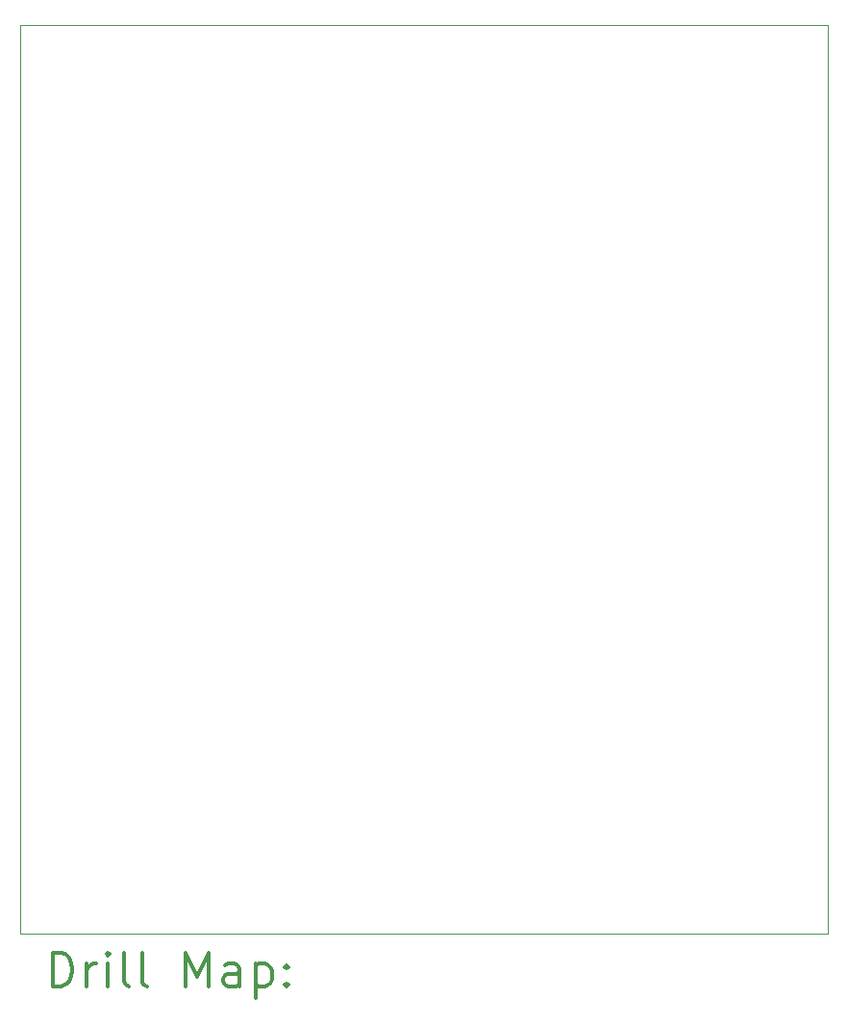
<source format=gbr>
%FSLAX45Y45*%
G04 Gerber Fmt 4.5, Leading zero omitted, Abs format (unit mm)*
G04 Created by KiCad (PCBNEW (5.1.5)-3) date 2022-12-19 02:04:39*
%MOMM*%
%LPD*%
G04 APERTURE LIST*
%TA.AperFunction,Profile*%
%ADD10C,0.050000*%
%TD*%
%ADD11C,0.200000*%
%ADD12C,0.300000*%
G04 APERTURE END LIST*
D10*
X5080000Y-11557000D02*
X12192000Y-11557000D01*
X5080000Y-3556000D02*
X5080000Y-11557000D01*
X12192000Y-3556000D02*
X5080000Y-3556000D01*
X12192000Y-11557000D02*
X12192000Y-3556000D01*
D11*
D12*
X5363928Y-12025214D02*
X5363928Y-11725214D01*
X5435357Y-11725214D01*
X5478214Y-11739500D01*
X5506786Y-11768071D01*
X5521071Y-11796643D01*
X5535357Y-11853786D01*
X5535357Y-11896643D01*
X5521071Y-11953786D01*
X5506786Y-11982357D01*
X5478214Y-12010929D01*
X5435357Y-12025214D01*
X5363928Y-12025214D01*
X5663928Y-12025214D02*
X5663928Y-11825214D01*
X5663928Y-11882357D02*
X5678214Y-11853786D01*
X5692500Y-11839500D01*
X5721071Y-11825214D01*
X5749643Y-11825214D01*
X5849643Y-12025214D02*
X5849643Y-11825214D01*
X5849643Y-11725214D02*
X5835357Y-11739500D01*
X5849643Y-11753786D01*
X5863928Y-11739500D01*
X5849643Y-11725214D01*
X5849643Y-11753786D01*
X6035357Y-12025214D02*
X6006786Y-12010929D01*
X5992500Y-11982357D01*
X5992500Y-11725214D01*
X6192500Y-12025214D02*
X6163928Y-12010929D01*
X6149643Y-11982357D01*
X6149643Y-11725214D01*
X6535357Y-12025214D02*
X6535357Y-11725214D01*
X6635357Y-11939500D01*
X6735357Y-11725214D01*
X6735357Y-12025214D01*
X7006786Y-12025214D02*
X7006786Y-11868071D01*
X6992500Y-11839500D01*
X6963928Y-11825214D01*
X6906786Y-11825214D01*
X6878214Y-11839500D01*
X7006786Y-12010929D02*
X6978214Y-12025214D01*
X6906786Y-12025214D01*
X6878214Y-12010929D01*
X6863928Y-11982357D01*
X6863928Y-11953786D01*
X6878214Y-11925214D01*
X6906786Y-11910929D01*
X6978214Y-11910929D01*
X7006786Y-11896643D01*
X7149643Y-11825214D02*
X7149643Y-12125214D01*
X7149643Y-11839500D02*
X7178214Y-11825214D01*
X7235357Y-11825214D01*
X7263928Y-11839500D01*
X7278214Y-11853786D01*
X7292500Y-11882357D01*
X7292500Y-11968071D01*
X7278214Y-11996643D01*
X7263928Y-12010929D01*
X7235357Y-12025214D01*
X7178214Y-12025214D01*
X7149643Y-12010929D01*
X7421071Y-11996643D02*
X7435357Y-12010929D01*
X7421071Y-12025214D01*
X7406786Y-12010929D01*
X7421071Y-11996643D01*
X7421071Y-12025214D01*
X7421071Y-11839500D02*
X7435357Y-11853786D01*
X7421071Y-11868071D01*
X7406786Y-11853786D01*
X7421071Y-11839500D01*
X7421071Y-11868071D01*
M02*

</source>
